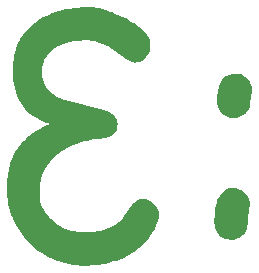
<source format=gbr>
%TF.GenerationSoftware,KiCad,Pcbnew,7.0.9*%
%TF.CreationDate,2024-08-13T23:39:12-05:00*%
%TF.ProjectId,TestStand,54657374-5374-4616-9e64-2e6b69636164,rev?*%
%TF.SameCoordinates,Original*%
%TF.FileFunction,Legend,Bot*%
%TF.FilePolarity,Positive*%
%FSLAX46Y46*%
G04 Gerber Fmt 4.6, Leading zero omitted, Abs format (unit mm)*
G04 Created by KiCad (PCBNEW 7.0.9) date 2024-08-13 23:39:12*
%MOMM*%
%LPD*%
G01*
G04 APERTURE LIST*
G04 Aperture macros list*
%AMRoundRect*
0 Rectangle with rounded corners*
0 $1 Rounding radius*
0 $2 $3 $4 $5 $6 $7 $8 $9 X,Y pos of 4 corners*
0 Add a 4 corners polygon primitive as box body*
4,1,4,$2,$3,$4,$5,$6,$7,$8,$9,$2,$3,0*
0 Add four circle primitives for the rounded corners*
1,1,$1+$1,$2,$3*
1,1,$1+$1,$4,$5*
1,1,$1+$1,$6,$7*
1,1,$1+$1,$8,$9*
0 Add four rect primitives between the rounded corners*
20,1,$1+$1,$2,$3,$4,$5,0*
20,1,$1+$1,$4,$5,$6,$7,0*
20,1,$1+$1,$6,$7,$8,$9,0*
20,1,$1+$1,$8,$9,$2,$3,0*%
G04 Aperture macros list end*
%ADD10C,0.150000*%
%ADD11R,1.600000X1.600000*%
%ADD12O,1.600000X1.600000*%
%ADD13RoundRect,0.250000X-0.750000X-1.050000X0.750000X-1.050000X0.750000X1.050000X-0.750000X1.050000X0*%
%ADD14O,2.000000X2.600000*%
%ADD15RoundRect,0.250000X1.050000X-0.750000X1.050000X0.750000X-1.050000X0.750000X-1.050000X-0.750000X0*%
%ADD16O,2.600000X2.000000*%
%ADD17RoundRect,0.250000X-1.050000X0.750000X-1.050000X-0.750000X1.050000X-0.750000X1.050000X0.750000X0*%
%ADD18R,1.980000X1.980000*%
%ADD19C,1.980000*%
%ADD20R,1.651000X1.651000*%
%ADD21C,1.651000*%
%ADD22C,6.400000*%
%ADD23C,1.600000*%
%ADD24R,2.420000X5.080000*%
G04 APERTURE END LIST*
D10*
G36*
X69814026Y-133086043D02*
G01*
X69828108Y-133316280D01*
X69870355Y-133530717D01*
X69940765Y-133729356D01*
X70039340Y-133912194D01*
X70166079Y-134079233D01*
X70214584Y-134131402D01*
X70370862Y-134269189D01*
X70542938Y-134378469D01*
X70730814Y-134459241D01*
X70934490Y-134511505D01*
X71153965Y-134535262D01*
X71230635Y-134536845D01*
X71453373Y-134522420D01*
X71659968Y-134479143D01*
X71850420Y-134407015D01*
X72024729Y-134306036D01*
X72182895Y-134176205D01*
X72232030Y-134126517D01*
X72366497Y-133966405D01*
X72473144Y-133790149D01*
X72551969Y-133597751D01*
X72602974Y-133389209D01*
X72626158Y-133164525D01*
X72627704Y-133086043D01*
X72638671Y-132875255D01*
X72663958Y-132658999D01*
X72693778Y-132463553D01*
X72720516Y-132309351D01*
X72754777Y-132095438D01*
X72783628Y-131881878D01*
X72802948Y-131681036D01*
X72808443Y-131537543D01*
X72793331Y-131322934D01*
X72747993Y-131122407D01*
X72672431Y-130935962D01*
X72566643Y-130763599D01*
X72430630Y-130605318D01*
X72378576Y-130555687D01*
X72210048Y-130421220D01*
X72030530Y-130314573D01*
X71840020Y-130235748D01*
X71638520Y-130184743D01*
X71426029Y-130161559D01*
X71352756Y-130160013D01*
X71077768Y-130185731D01*
X70829828Y-130262882D01*
X70608936Y-130391467D01*
X70415092Y-130571486D01*
X70248296Y-130802940D01*
X70152126Y-130985817D01*
X70067977Y-131191553D01*
X69995849Y-131420149D01*
X69935742Y-131671605D01*
X69887657Y-131945920D01*
X69851593Y-132243095D01*
X69827550Y-132563129D01*
X69815529Y-132906023D01*
X69814026Y-133086043D01*
G37*
G36*
X70043614Y-122818073D02*
G01*
X70057353Y-123041155D01*
X70098569Y-123248780D01*
X70167262Y-123440950D01*
X70263433Y-123617663D01*
X70387081Y-123778921D01*
X70434403Y-123829239D01*
X70589020Y-123962046D01*
X70759780Y-124067376D01*
X70946683Y-124145228D01*
X71149729Y-124195603D01*
X71368918Y-124218501D01*
X71445568Y-124220027D01*
X71670482Y-124206289D01*
X71879939Y-124165073D01*
X72073940Y-124096379D01*
X72252486Y-124000209D01*
X72415575Y-123876561D01*
X72466503Y-123829239D01*
X72600970Y-123673133D01*
X72707617Y-123501572D01*
X72786442Y-123314554D01*
X72837447Y-123112081D01*
X72860631Y-122894151D01*
X72862177Y-122818073D01*
X72878053Y-122614131D01*
X72910796Y-122405074D01*
X72925680Y-122324703D01*
X72959053Y-122114230D01*
X72980635Y-121911627D01*
X72984298Y-121811793D01*
X72969873Y-121600847D01*
X72926596Y-121403984D01*
X72854468Y-121221202D01*
X72753489Y-121052503D01*
X72623658Y-120897886D01*
X72573970Y-120849476D01*
X72411568Y-120719989D01*
X72235770Y-120617293D01*
X72046577Y-120541387D01*
X71843989Y-120492271D01*
X71628006Y-120469946D01*
X71553035Y-120468457D01*
X71283285Y-120489108D01*
X71040068Y-120551061D01*
X70823383Y-120654316D01*
X70633232Y-120798872D01*
X70469613Y-120984730D01*
X70332527Y-121211891D01*
X70221974Y-121480353D01*
X70163012Y-121682273D01*
X70115842Y-121902549D01*
X70080465Y-122141182D01*
X70056881Y-122398171D01*
X70045088Y-122673517D01*
X70043614Y-122818073D01*
G37*
G36*
X58823098Y-136725261D02*
G01*
X59080927Y-136721769D01*
X59335397Y-136711294D01*
X59586509Y-136693834D01*
X59834263Y-136669391D01*
X60078659Y-136637963D01*
X60319696Y-136599552D01*
X60557375Y-136554158D01*
X60791695Y-136501779D01*
X61022657Y-136442417D01*
X61250261Y-136376070D01*
X61474507Y-136302740D01*
X61695394Y-136222426D01*
X61912923Y-136135128D01*
X62127093Y-136040847D01*
X62337905Y-135939582D01*
X62545359Y-135831332D01*
X62772657Y-135698010D01*
X62990491Y-135558162D01*
X63198861Y-135411788D01*
X63397766Y-135258888D01*
X63587207Y-135099462D01*
X63767184Y-134933511D01*
X63937696Y-134761033D01*
X64098743Y-134582030D01*
X64250327Y-134396501D01*
X64392445Y-134204446D01*
X64525100Y-134005865D01*
X64648290Y-133800758D01*
X64762015Y-133589126D01*
X64866277Y-133370967D01*
X64961073Y-133146283D01*
X65046406Y-132915073D01*
X65100172Y-132711106D01*
X65126529Y-132511977D01*
X65129448Y-132421702D01*
X65114851Y-132214248D01*
X65071059Y-132020533D01*
X64983069Y-131811897D01*
X64876022Y-131647949D01*
X64739781Y-131497739D01*
X64714235Y-131474040D01*
X64552062Y-131346213D01*
X64380615Y-131244833D01*
X64199894Y-131169900D01*
X64009900Y-131121414D01*
X63810632Y-131099375D01*
X63742149Y-131097906D01*
X63542137Y-131115766D01*
X63352429Y-131169347D01*
X63173025Y-131258648D01*
X63003925Y-131383670D01*
X62845129Y-131544412D01*
X62794487Y-131605931D01*
X62164340Y-132558478D01*
X62035655Y-132722884D01*
X61896284Y-132876605D01*
X61746227Y-133019639D01*
X61585484Y-133151988D01*
X61414057Y-133273652D01*
X61231943Y-133384630D01*
X61039144Y-133484922D01*
X60835659Y-133574528D01*
X60620496Y-133653526D01*
X60395106Y-133721990D01*
X60159488Y-133779921D01*
X59913642Y-133827320D01*
X59657569Y-133864185D01*
X59458802Y-133884922D01*
X59254282Y-133899734D01*
X59044009Y-133908621D01*
X58827983Y-133911584D01*
X58550104Y-133903383D01*
X58278837Y-133878783D01*
X58014182Y-133837781D01*
X57756138Y-133780379D01*
X57504706Y-133706577D01*
X57259886Y-133616374D01*
X57021678Y-133509771D01*
X56790081Y-133386767D01*
X56565097Y-133247362D01*
X56346723Y-133091557D01*
X56204815Y-132978576D01*
X55990935Y-132790571D01*
X55798093Y-132594752D01*
X55626288Y-132391119D01*
X55475521Y-132179673D01*
X55345791Y-131960412D01*
X55237098Y-131733338D01*
X55149442Y-131498450D01*
X55082824Y-131255748D01*
X55037243Y-131005232D01*
X55012700Y-130746902D01*
X55008025Y-130570341D01*
X55013978Y-130315318D01*
X55031838Y-130066820D01*
X55061605Y-129824847D01*
X55103279Y-129589401D01*
X55156860Y-129360481D01*
X55222348Y-129138086D01*
X55299742Y-128922217D01*
X55389043Y-128712875D01*
X55490252Y-128510058D01*
X55603367Y-128313767D01*
X55728388Y-128124001D01*
X55865317Y-127940762D01*
X56014153Y-127764048D01*
X56174895Y-127593861D01*
X56347544Y-127430199D01*
X56532100Y-127273063D01*
X56704043Y-127143195D01*
X56882817Y-127019814D01*
X57068423Y-126902921D01*
X57260860Y-126792515D01*
X57460127Y-126688598D01*
X57666226Y-126591168D01*
X57879157Y-126500225D01*
X58098918Y-126415771D01*
X58325510Y-126337804D01*
X58558934Y-126266325D01*
X58799189Y-126201333D01*
X59046275Y-126142829D01*
X59300192Y-126090813D01*
X59560940Y-126045285D01*
X59828520Y-126006244D01*
X60102930Y-125973691D01*
X60375299Y-125937140D01*
X60620878Y-125884275D01*
X60839666Y-125815095D01*
X61031664Y-125729601D01*
X61245987Y-125590230D01*
X61412683Y-125421855D01*
X61531751Y-125224476D01*
X61603192Y-124998094D01*
X61627006Y-124742707D01*
X61608306Y-124547160D01*
X61532338Y-124319471D01*
X61429489Y-124150714D01*
X61289240Y-123993864D01*
X61111591Y-123848921D01*
X60896543Y-123715885D01*
X60710713Y-123623922D01*
X60503846Y-123538657D01*
X60430216Y-123511723D01*
X57152477Y-122705722D01*
X56922889Y-122616497D01*
X56707955Y-122519792D01*
X56507676Y-122415607D01*
X56322051Y-122303942D01*
X56151081Y-122184798D01*
X55994766Y-122058173D01*
X55819979Y-121889373D01*
X55726099Y-121782484D01*
X55586422Y-121594627D01*
X55469644Y-121394367D01*
X55375763Y-121181704D01*
X55304780Y-120956638D01*
X55256694Y-120719169D01*
X55234713Y-120520263D01*
X55227843Y-120365875D01*
X55231063Y-120143767D01*
X55251714Y-119929902D01*
X55289796Y-119724280D01*
X55345309Y-119526901D01*
X55418252Y-119337766D01*
X55508627Y-119156873D01*
X55616433Y-118984224D01*
X55741669Y-118819818D01*
X55884336Y-118663655D01*
X56044435Y-118515736D01*
X56160851Y-118421702D01*
X56355782Y-118284645D01*
X56565054Y-118161068D01*
X56788665Y-118050973D01*
X57026615Y-117954359D01*
X57278906Y-117871226D01*
X57545536Y-117801573D01*
X57826506Y-117745402D01*
X58021786Y-117715444D01*
X58223439Y-117691478D01*
X58431465Y-117673503D01*
X58645864Y-117661520D01*
X58866637Y-117655529D01*
X58979413Y-117654780D01*
X59211826Y-117662489D01*
X59442559Y-117685615D01*
X59671613Y-117724160D01*
X59898988Y-117778122D01*
X60124683Y-117847503D01*
X60348700Y-117932301D01*
X60571037Y-118032517D01*
X60791695Y-118148150D01*
X62340195Y-119213049D01*
X62504200Y-119320955D01*
X62679478Y-119418628D01*
X62879418Y-119499557D01*
X63068039Y-119530565D01*
X63269367Y-119514765D01*
X63459361Y-119467367D01*
X63666696Y-119372131D01*
X63832132Y-119256269D01*
X63986234Y-119108807D01*
X64010816Y-119081158D01*
X64143623Y-118906505D01*
X64248953Y-118723266D01*
X64326805Y-118531440D01*
X64377180Y-118331027D01*
X64400078Y-118122028D01*
X64401605Y-118050453D01*
X64383143Y-117832323D01*
X64327759Y-117615739D01*
X64235453Y-117400700D01*
X64106223Y-117187207D01*
X63940071Y-116975260D01*
X63736997Y-116764858D01*
X63581101Y-116625449D01*
X63408796Y-116486726D01*
X63220080Y-116348691D01*
X63014954Y-116211343D01*
X62793418Y-116074681D01*
X62555472Y-115938707D01*
X62301116Y-115803419D01*
X62075268Y-115686888D01*
X61854457Y-115577876D01*
X61638684Y-115476382D01*
X61427948Y-115382405D01*
X61222250Y-115295947D01*
X61021589Y-115217007D01*
X60825966Y-115145585D01*
X60635380Y-115081681D01*
X60358947Y-114999922D01*
X60093848Y-114935078D01*
X59840083Y-114887150D01*
X59597653Y-114856138D01*
X59366557Y-114842042D01*
X59292044Y-114841102D01*
X58927416Y-114846273D01*
X58572367Y-114861786D01*
X58226897Y-114887642D01*
X57891006Y-114923839D01*
X57564694Y-114970379D01*
X57247961Y-115027261D01*
X56940806Y-115094485D01*
X56643230Y-115172051D01*
X56355234Y-115259959D01*
X56076816Y-115358210D01*
X55807977Y-115466803D01*
X55548717Y-115585737D01*
X55299036Y-115715014D01*
X55058934Y-115854634D01*
X54828411Y-116004595D01*
X54607466Y-116164898D01*
X54382687Y-116347336D01*
X54172409Y-116539277D01*
X53976633Y-116740720D01*
X53795359Y-116951666D01*
X53628587Y-117172114D01*
X53476317Y-117402065D01*
X53338548Y-117641518D01*
X53215282Y-117890474D01*
X53106518Y-118148933D01*
X53012255Y-118416894D01*
X52932495Y-118694357D01*
X52867236Y-118981324D01*
X52816479Y-119277792D01*
X52780225Y-119583764D01*
X52758472Y-119899238D01*
X52751221Y-120224214D01*
X52753773Y-120426893D01*
X52761429Y-120625212D01*
X52792055Y-121008768D01*
X52843098Y-121374884D01*
X52914558Y-121723560D01*
X53006435Y-122054795D01*
X53118730Y-122368590D01*
X53251442Y-122664945D01*
X53404570Y-122943859D01*
X53578116Y-123205332D01*
X53772079Y-123449365D01*
X53986460Y-123675957D01*
X54221257Y-123885109D01*
X54476472Y-124076821D01*
X54752104Y-124251092D01*
X55048153Y-124407923D01*
X55364619Y-124547313D01*
X55547114Y-124620586D01*
X55732505Y-124687752D01*
X55897069Y-124742707D01*
X55672308Y-124830234D01*
X55454760Y-124923065D01*
X55244425Y-125021201D01*
X55041303Y-125124642D01*
X54845393Y-125233387D01*
X54656697Y-125347437D01*
X54475213Y-125466792D01*
X54300942Y-125591451D01*
X54133883Y-125721415D01*
X53974038Y-125856683D01*
X53821405Y-125997257D01*
X53675985Y-126143135D01*
X53537778Y-126294317D01*
X53406784Y-126450804D01*
X53283002Y-126612596D01*
X53166434Y-126779692D01*
X53056410Y-126951483D01*
X52953484Y-127128578D01*
X52857657Y-127310978D01*
X52768928Y-127498682D01*
X52687298Y-127691691D01*
X52612766Y-127890005D01*
X52545332Y-128093624D01*
X52484996Y-128302547D01*
X52431759Y-128516774D01*
X52385620Y-128736307D01*
X52346579Y-128961144D01*
X52314637Y-129191285D01*
X52289793Y-129426732D01*
X52272047Y-129667482D01*
X52261399Y-129913538D01*
X52257850Y-130164898D01*
X52265311Y-130503633D01*
X52287694Y-130835956D01*
X52324998Y-131161867D01*
X52377224Y-131481367D01*
X52444372Y-131794456D01*
X52526441Y-132101133D01*
X52623432Y-132401400D01*
X52735345Y-132695254D01*
X52862179Y-132982698D01*
X53003936Y-133263729D01*
X53160614Y-133538350D01*
X53332213Y-133806559D01*
X53518735Y-134068357D01*
X53720178Y-134323743D01*
X53936543Y-134572718D01*
X54167829Y-134815282D01*
X54409840Y-135046569D01*
X54658376Y-135262933D01*
X54913438Y-135464377D01*
X55175026Y-135650898D01*
X55443139Y-135822498D01*
X55717779Y-135979176D01*
X55998945Y-136120932D01*
X56286636Y-136247766D01*
X56580853Y-136359679D01*
X56881596Y-136456670D01*
X57188865Y-136538740D01*
X57502660Y-136605887D01*
X57822981Y-136658113D01*
X58149827Y-136695418D01*
X58483200Y-136717800D01*
X58823098Y-136725261D01*
G37*
%LPC*%
D11*
%TO.C,D1*%
X96500000Y-115620000D03*
D12*
X96500000Y-108000000D03*
%TD*%
D13*
%TO.C,J5*%
X50000000Y-195000000D03*
D14*
X53500000Y-195000000D03*
X57000000Y-195000000D03*
%TD*%
D15*
%TO.C,J12*%
X110000000Y-117950000D03*
D16*
X110000000Y-114450000D03*
X110000000Y-110950000D03*
%TD*%
D13*
%TO.C,J7*%
X79000000Y-195000000D03*
D14*
X82500000Y-195000000D03*
X86000000Y-195000000D03*
%TD*%
D17*
%TO.C,J17*%
X28000000Y-181500000D03*
D16*
X28000000Y-185000000D03*
%TD*%
D15*
%TO.C,J13*%
X110000000Y-103950000D03*
D16*
X110000000Y-100450000D03*
X110000000Y-96950000D03*
%TD*%
D18*
%TO.C,IC1*%
X36770000Y-172050000D03*
D19*
X36770000Y-169500000D03*
X36770000Y-166950000D03*
%TD*%
D11*
%TO.C,SW1*%
X36000000Y-176500000D03*
D12*
X36000000Y-184120000D03*
%TD*%
D15*
%TO.C,J11*%
X110000000Y-131950000D03*
D16*
X110000000Y-128450000D03*
X110000000Y-124950000D03*
%TD*%
D15*
%TO.C,J2*%
X27500000Y-132000000D03*
D16*
X27500000Y-128500000D03*
X27500000Y-125000000D03*
X27500000Y-121500000D03*
X27500000Y-118000000D03*
X27500000Y-114500000D03*
X27500000Y-111000000D03*
%TD*%
D20*
%TO.C,CR6*%
X101500000Y-187080000D03*
D21*
X101500000Y-184540000D03*
X101500000Y-182000000D03*
%TD*%
D22*
%TO.C,H2*%
X110000000Y-68000000D03*
%TD*%
D13*
%TO.C,J8*%
X93500000Y-195000000D03*
D14*
X97000000Y-195000000D03*
X100500000Y-195000000D03*
%TD*%
D11*
%TO.C,U4*%
X68300000Y-101460000D03*
D23*
X68300000Y-104000000D03*
X68300000Y-106540000D03*
X68300000Y-109080000D03*
X68300000Y-111620000D03*
X68300000Y-114160000D03*
X68300000Y-116700000D03*
X68300000Y-119240000D03*
X68300000Y-121780000D03*
X68300000Y-124320000D03*
X68300000Y-126860000D03*
X68300000Y-129400000D03*
X68300000Y-131940000D03*
X68300000Y-134480000D03*
X68300000Y-137020000D03*
X68300000Y-139560000D03*
X68300000Y-142100000D03*
X68300000Y-144640000D03*
X68300000Y-147180000D03*
X68300000Y-149720000D03*
X68300000Y-152260000D03*
X68300000Y-154800000D03*
X68300000Y-157340000D03*
X68300000Y-159880000D03*
X83540000Y-159880000D03*
X83540000Y-157340000D03*
X83540000Y-154800000D03*
X83540000Y-152260000D03*
X83540000Y-149720000D03*
X83540000Y-147180000D03*
X83540000Y-144640000D03*
X83540000Y-142100000D03*
X83540000Y-139560000D03*
X83540000Y-137020000D03*
X83540000Y-134480000D03*
X83540000Y-131940000D03*
X83540000Y-129400000D03*
X83540000Y-126860000D03*
X83540000Y-124320000D03*
X83540000Y-121780000D03*
X83540000Y-119240000D03*
X83540000Y-116700000D03*
X83540000Y-114160000D03*
X83540000Y-111620000D03*
X83540000Y-109080000D03*
X83540000Y-106540000D03*
X83540000Y-104000000D03*
X83540000Y-101460000D03*
%TD*%
D22*
%TO.C,H3*%
X110000000Y-195500000D03*
%TD*%
D20*
%TO.C,CR1*%
X43500000Y-175580000D03*
D21*
X43500000Y-173040000D03*
X43500000Y-170500000D03*
%TD*%
D20*
%TO.C,CR3*%
X58068200Y-186937100D03*
D21*
X58068200Y-184397100D03*
X58068200Y-181857100D03*
%TD*%
D20*
%TO.C,CR5*%
X87000000Y-187000000D03*
D21*
X87000000Y-184460000D03*
X87000000Y-181920000D03*
%TD*%
D13*
%TO.C,J4*%
X35500000Y-195000000D03*
D14*
X39000000Y-195000000D03*
X42500000Y-195000000D03*
%TD*%
D24*
%TO.C,J15*%
X76880000Y-67280000D03*
X68120000Y-67280000D03*
%TD*%
D22*
%TO.C,H1*%
X27500000Y-68000000D03*
%TD*%
D20*
%TO.C,CR4*%
X72500000Y-187050000D03*
D21*
X72500000Y-184510000D03*
X72500000Y-181970000D03*
%TD*%
D15*
%TO.C,J9*%
X110000000Y-160000000D03*
D16*
X110000000Y-156500000D03*
X110000000Y-153000000D03*
%TD*%
D15*
%TO.C,J10*%
X110000000Y-145950000D03*
D16*
X110000000Y-142450000D03*
X110000000Y-138950000D03*
%TD*%
D11*
%TO.C,D2*%
X100000000Y-115620000D03*
D12*
X100000000Y-108000000D03*
%TD*%
D20*
%TO.C,CR2*%
X43431800Y-187000000D03*
D21*
X43431800Y-184460000D03*
X43431800Y-181920000D03*
%TD*%
D22*
%TO.C,H4*%
X27500000Y-195500000D03*
%TD*%
D15*
%TO.C,J1*%
X27500000Y-104000000D03*
D16*
X27500000Y-100500000D03*
X27500000Y-97000000D03*
X27500000Y-93500000D03*
X27500000Y-90000000D03*
X27500000Y-86500000D03*
X27500000Y-83000000D03*
%TD*%
D13*
%TO.C,J6*%
X64500000Y-195000000D03*
D14*
X68000000Y-195000000D03*
X71500000Y-195000000D03*
%TD*%
D15*
%TO.C,J3*%
X27500000Y-160000000D03*
D16*
X27500000Y-156500000D03*
X27500000Y-153000000D03*
X27500000Y-149500000D03*
X27500000Y-146000000D03*
X27500000Y-142500000D03*
X27500000Y-139000000D03*
%TD*%
D17*
%TO.C,J16*%
X28000000Y-167500000D03*
D16*
X28000000Y-171000000D03*
%TD*%
D15*
%TO.C,J14*%
X110000000Y-90000000D03*
D16*
X110000000Y-86500000D03*
%TD*%
%LPD*%
M02*

</source>
